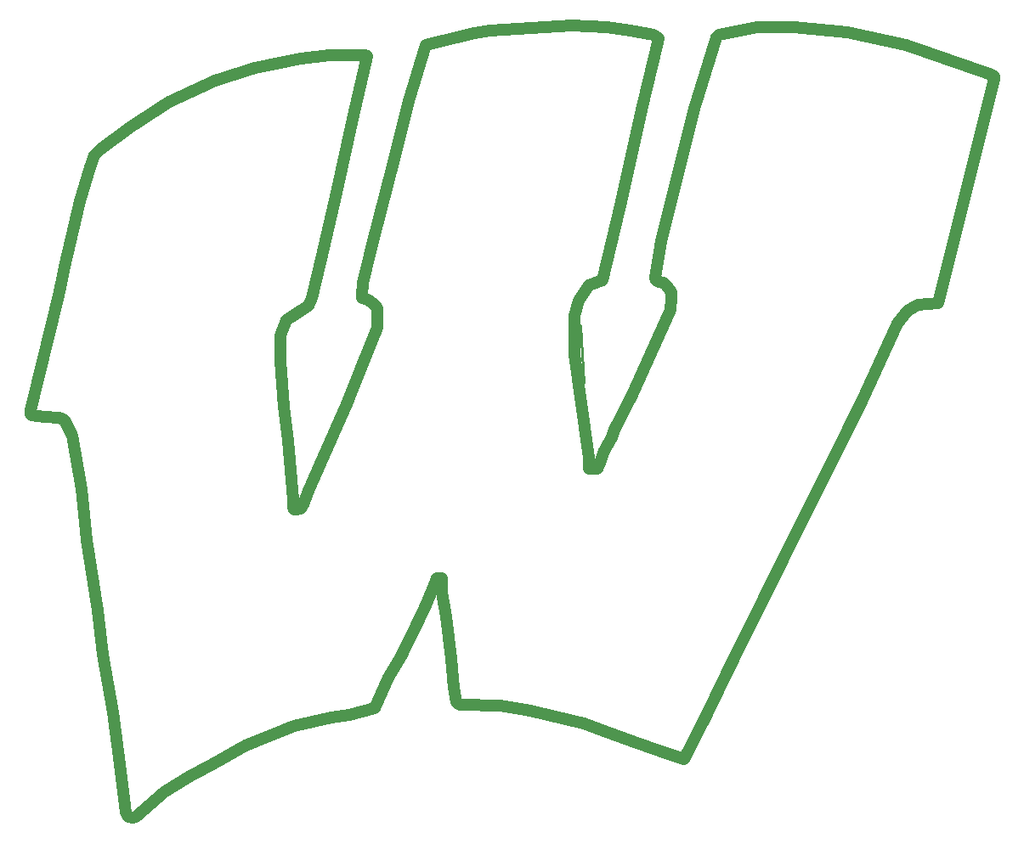
<source format=gko>
G04*
G04 #@! TF.GenerationSoftware,Altium Limited,Altium Designer,18.0.9 (584)*
G04*
G04 Layer_Color=16711935*
%FSLAX25Y25*%
%MOIN*%
G70*
G01*
G75*
%ADD10C,0.01000*%
%ADD123C,0.04724*%
D10*
X418200Y351247D02*
X419700Y328747D01*
X542500Y352000D02*
X546500Y357000D01*
X311500Y286500D02*
X317500Y300000D01*
X306000Y194000D02*
X320500Y197500D01*
X230000Y420500D02*
X241500Y429000D01*
X337500Y201000D02*
X343000Y213000D01*
X214000Y315000D02*
X216000Y314000D01*
X313000Y362000D02*
X316500Y377500D01*
X446000Y340500D02*
X453500Y357500D01*
X450000Y184000D02*
X456000Y182000D01*
X427000Y369000D02*
X434000Y398500D01*
X450000Y384500D02*
X463000Y436500D01*
X416000Y348000D02*
X417000Y344000D01*
X231000Y222000D02*
X235000Y199500D01*
X431500Y310500D02*
X438500Y324000D01*
X472500Y465500D02*
X487500Y468500D01*
X290500Y452500D02*
X308500Y456000D01*
X417500Y361000D02*
X421500Y367000D01*
X333000Y336500D02*
X338500Y350500D01*
X427500Y192000D02*
X438500Y188000D01*
X308500Y279500D02*
X309500Y281000D01*
X398500Y200000D02*
X419500Y195000D01*
X329000Y432500D02*
X334000Y454000D01*
X357500Y241500D02*
X361000Y249500D01*
X222500Y287000D02*
X224500Y267000D01*
X257000Y439000D02*
X275000Y447500D01*
X456000Y182000D02*
X459000Y181000D01*
X502000Y468500D02*
X523000Y466500D01*
X453500Y357500D02*
X454000Y362000D01*
X546000Y461500D02*
X578500Y450000D01*
X438500Y324000D02*
X446000Y340500D01*
X415000Y469000D02*
X428500Y468500D01*
X216000Y374500D02*
X222000Y400000D01*
X419500Y195000D02*
X427500Y192000D01*
X471500Y464500D02*
X472500Y465500D01*
X416000Y355000D02*
X417500Y361000D01*
X287000Y186500D02*
X306000Y194000D01*
X242500Y158000D02*
X244000Y158500D01*
X224500Y267000D02*
X229000Y239500D01*
X300500Y337500D02*
Y347500D01*
X383000Y467000D02*
X415000Y469000D01*
X428500Y468500D02*
X438000Y467000D01*
X334000Y457500D02*
X334500Y457000D01*
X528500Y321500D02*
X542500Y352000D01*
X303000Y353500D02*
X311500Y359000D01*
X215000Y369500D02*
X216000Y374500D01*
X426000Y297500D02*
X427500Y302000D01*
X448500Y462500D02*
X449000Y464000D01*
X345000Y415500D02*
X351000Y439500D01*
X332500Y362000D02*
X335000Y361500D01*
X255000Y168000D02*
X264500Y174000D01*
X275000Y447500D02*
X290500Y452500D01*
X208000Y315500D02*
X214000Y315000D01*
X241000Y158500D02*
X242500Y158000D01*
X303500Y306000D02*
X305500Y283000D01*
X244000Y158500D02*
X255000Y168000D01*
X448000Y369000D02*
X449000Y368500D01*
X523000Y466500D02*
X546000Y461500D01*
X274500Y179500D02*
X287000Y186500D01*
X454000Y362000D02*
Y364500D01*
X367500Y220500D02*
X368500Y209000D01*
X429000Y304500D02*
X430500Y307500D01*
X264500Y174000D02*
X274500Y179500D01*
X447500Y370000D02*
X450000Y384500D01*
X354500Y235000D02*
X357500Y241500D01*
X365500Y237000D02*
X367500Y220500D01*
X452000Y367000D02*
X454000Y364500D01*
X421500Y367000D02*
X427000Y369000D01*
X416000Y348000D02*
Y355000D01*
X580500Y448000D02*
Y449000D01*
X447500Y370000D02*
X448000Y369000D01*
X427500Y302000D02*
X429000Y304500D01*
X222000Y400000D02*
X226000Y413500D01*
X449000Y368500D02*
X451000Y368000D01*
X337500Y359500D02*
X338500Y358000D01*
X558500Y360000D02*
X580500Y448000D01*
X322500Y403500D02*
X329000Y432500D01*
X311500Y359000D02*
X313000Y362000D01*
X219000Y308000D02*
X222500Y287000D01*
X387000Y202000D02*
X398500Y200000D01*
X308500Y456000D02*
X320000Y457500D01*
X421500Y295000D02*
Y299500D01*
X227500Y418000D02*
X230000Y420500D01*
X463000Y436500D02*
X471500Y464500D01*
X376500Y466000D02*
X383000Y467000D01*
X487500Y468500D02*
X502000D01*
X425000Y295000D02*
X426000Y297500D01*
X334000Y454000D02*
X334500Y457000D01*
X213500Y363000D02*
X215000Y369500D01*
X362000Y252000D02*
X364000D01*
X430500Y307500D02*
X431500Y310500D01*
X332500Y363000D02*
X333000Y368000D01*
X203000Y316000D02*
X208000Y315500D01*
X459000Y181000D02*
X467500Y198000D01*
X476000Y215500D02*
X492500Y249000D01*
X528500Y321500D01*
X451000Y368000D02*
X452000Y367000D01*
X226000Y413500D02*
X227500Y418000D01*
X240000Y160000D02*
X241000Y158500D01*
X241500Y429000D02*
X257000Y439000D01*
X316500Y377500D02*
X322500Y403500D01*
X237500Y179000D02*
X240000Y160000D01*
X320500Y197500D02*
X327500Y198500D01*
X467500Y198000D02*
X476000Y215500D01*
X438500Y188000D02*
X450000Y184000D01*
X333000Y368000D02*
X337000Y384500D01*
X302000Y319500D02*
X303500Y306000D01*
X364000Y246500D02*
Y252000D01*
X421500Y295000D02*
X425000D01*
X335000Y361500D02*
X337500Y359500D01*
X202500Y316500D02*
Y318000D01*
X578500Y450000D02*
X580500Y449000D01*
X368500Y209000D02*
X369500Y203500D01*
X338500Y350500D02*
Y358000D01*
X438500Y419500D02*
X442500Y437500D01*
X357500Y461500D02*
X376500Y466000D01*
X235000Y199500D02*
X237500Y179000D01*
X550500Y359500D02*
X558500Y360000D01*
X206500Y334500D02*
X213500Y363000D01*
X369500Y203500D02*
X371000Y202500D01*
X202500Y318000D02*
X206500Y334500D01*
X320000Y457500D02*
X334000D01*
X447000Y465500D02*
X449000Y464000D01*
X361000Y249500D02*
X362000Y252000D01*
X300500Y337500D02*
X302000Y319500D01*
X364000Y246500D02*
X365500Y237000D01*
X229000Y239500D02*
X231000Y222000D01*
X418500Y321500D02*
X421500Y299500D01*
X343000Y213000D02*
X348000Y221500D01*
X351000Y439500D02*
X357500Y461500D01*
X305500Y280000D02*
Y283000D01*
X327500Y198500D02*
X337500Y201000D01*
X442500Y437500D02*
X448500Y462500D01*
X317500Y300000D02*
X326500Y320500D01*
X434000Y398500D02*
X438500Y419500D01*
X300500Y347500D02*
X303000Y353500D01*
X307000Y279000D02*
X308500Y279500D01*
X202500Y316500D02*
X203000Y316000D01*
X337000Y384500D02*
X345000Y415500D01*
X309500Y281000D02*
X311500Y286500D01*
X371000Y202500D02*
X387000Y202000D01*
X348000Y221500D02*
X354500Y235000D01*
X546500Y357000D02*
X550500Y359500D01*
X332500Y362000D02*
Y363000D01*
X305500Y280000D02*
X306000Y279000D01*
X216000Y314000D02*
X219000Y308000D01*
X438000Y467000D02*
X447000Y465500D01*
X306000Y279000D02*
X307000D01*
X326500Y320500D02*
X333000Y336500D01*
D123*
X416000Y348000D02*
X417000Y344000D01*
X235000Y199500D02*
X237500Y179000D01*
X231000Y222000D02*
X235000Y199500D01*
X229000Y239500D02*
X231000Y222000D01*
X224500Y267000D02*
X229000Y239500D01*
X222500Y287000D02*
X224500Y267000D01*
X219000Y308000D02*
X222500Y287000D01*
X216000Y314000D02*
X219000Y308000D01*
X214000Y315000D02*
X216000Y314000D01*
X208000Y315500D02*
X214000Y315000D01*
X203000Y316000D02*
X208000Y315500D01*
X202500Y316500D02*
X203000Y316000D01*
X202500Y316500D02*
Y318000D01*
X206500Y334500D01*
X213500Y363000D01*
X215000Y369500D01*
X216000Y374500D01*
X222000Y400000D01*
X226000Y413500D01*
X227500Y418000D01*
X230000Y420500D01*
X241500Y429000D01*
X257000Y439000D01*
X275000Y447500D01*
X290500Y452500D01*
X308500Y456000D01*
X320000Y457500D01*
X334000D01*
X334500Y457000D01*
X334000Y454000D02*
X334500Y457000D01*
X329000Y432500D02*
X334000Y454000D01*
X322500Y403500D02*
X329000Y432500D01*
X316500Y377500D02*
X322500Y403500D01*
X313000Y362000D02*
X316500Y377500D01*
X311500Y359000D02*
X313000Y362000D01*
X303000Y353500D02*
X311500Y359000D01*
X300500Y347500D02*
X303000Y353500D01*
X300500Y337500D02*
Y347500D01*
Y337500D02*
X302000Y319500D01*
X303500Y306000D01*
X305500Y283000D01*
Y280000D02*
Y283000D01*
Y280000D02*
X306000Y279000D01*
X307000D01*
X308500Y279500D01*
X309500Y281000D01*
X311500Y286500D01*
X317500Y300000D01*
X326500Y320500D01*
X333000Y336500D01*
X338500Y350500D01*
Y358000D01*
X337500Y359500D02*
X338500Y358000D01*
X335000Y361500D02*
X337500Y359500D01*
X332500Y362000D02*
X335000Y361500D01*
X332500Y362000D02*
Y363000D01*
X333000Y368000D01*
X337000Y384500D01*
X345000Y415500D01*
X351000Y439500D01*
X357500Y461500D01*
X376500Y466000D01*
X383000Y467000D01*
X415000Y469000D01*
X428500Y468500D01*
X438000Y467000D01*
X447000Y465500D01*
X449000Y464000D01*
X448500Y462500D02*
X449000Y464000D01*
X442500Y437500D02*
X448500Y462500D01*
X438500Y419500D02*
X442500Y437500D01*
X434000Y398500D02*
X438500Y419500D01*
X427000Y369000D02*
X434000Y398500D01*
X421500Y367000D02*
X427000Y369000D01*
X417500Y361000D02*
X421500Y367000D01*
X416000Y355000D02*
X417500Y361000D01*
X416000Y339833D02*
Y355000D01*
Y339833D02*
X421500Y299500D01*
Y295000D02*
Y299500D01*
Y295000D02*
X425000D01*
X426000Y297500D01*
X427500Y302000D01*
X429000Y304500D01*
X430500Y307500D01*
X431500Y310500D01*
X438500Y324000D01*
X446000Y340500D01*
X453500Y357500D01*
X454000Y362000D01*
Y364500D01*
X452000Y367000D02*
X454000Y364500D01*
X451000Y368000D02*
X452000Y367000D01*
X449000Y368500D02*
X451000Y368000D01*
X448000Y369000D02*
X449000Y368500D01*
X447500Y370000D02*
X448000Y369000D01*
X447500Y370000D02*
X450000Y384500D01*
X463000Y436500D01*
X471500Y464500D01*
X472500Y465500D01*
X487500Y468500D01*
X502000D01*
X523000Y466500D01*
X546000Y461500D01*
X578500Y450000D01*
X580500Y449000D01*
Y448000D02*
Y449000D01*
X558500Y360000D02*
X580500Y448000D01*
X550500Y359500D02*
X558500Y360000D01*
X546500Y357000D02*
X550500Y359500D01*
X542500Y352000D02*
X546500Y357000D01*
X528500Y321500D02*
X542500Y352000D01*
X492500Y249000D02*
X528500Y321500D01*
X476000Y215500D02*
X492500Y249000D01*
X467500Y198000D02*
X476000Y215500D01*
X459000Y181000D02*
X467500Y198000D01*
X456000Y182000D02*
X459000Y181000D01*
X450000Y184000D02*
X456000Y182000D01*
X438500Y188000D02*
X450000Y184000D01*
X427500Y192000D02*
X438500Y188000D01*
X419500Y195000D02*
X427500Y192000D01*
X398500Y200000D02*
X419500Y195000D01*
X387000Y202000D02*
X398500Y200000D01*
X371000Y202500D02*
X387000Y202000D01*
X369500Y203500D02*
X371000Y202500D01*
X368500Y209000D02*
X369500Y203500D01*
X367500Y220500D02*
X368500Y209000D01*
X365500Y237000D02*
X367500Y220500D01*
X364000Y246500D02*
X365500Y237000D01*
X364000Y246500D02*
Y252000D01*
X362000D02*
X364000D01*
X361000Y249500D02*
X362000Y252000D01*
X357500Y241500D02*
X361000Y249500D01*
X354500Y235000D02*
X357500Y241500D01*
X348000Y221500D02*
X354500Y235000D01*
X343000Y213000D02*
X348000Y221500D01*
X337500Y201000D02*
X343000Y213000D01*
X327500Y198500D02*
X337500Y201000D01*
X320500Y197500D02*
X327500Y198500D01*
X306000Y194000D02*
X320500Y197500D01*
X287000Y186500D02*
X306000Y194000D01*
X274500Y179500D02*
X287000Y186500D01*
X264500Y174000D02*
X274500Y179500D01*
X255000Y168000D02*
X264500Y174000D01*
X244000Y158500D02*
X255000Y168000D01*
X242500Y158000D02*
X244000Y158500D01*
X241000D02*
X242500Y158000D01*
X240000Y160000D02*
X241000Y158500D01*
X237500Y179000D02*
X240000Y160000D01*
M02*

</source>
